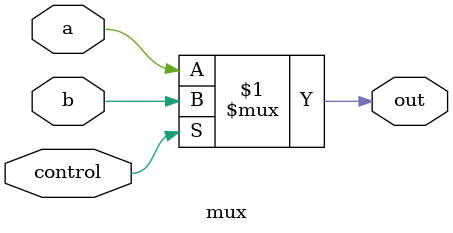
<source format=v>
`timescale 1ns / 1ps

module mux(a, b, control, out);

	parameter N = 1;
	input  wire [N-1:0] a, b;
	input  wire control;
	output wire [N-1:0] out;

	assign out = control ? b : a;

endmodule

</source>
